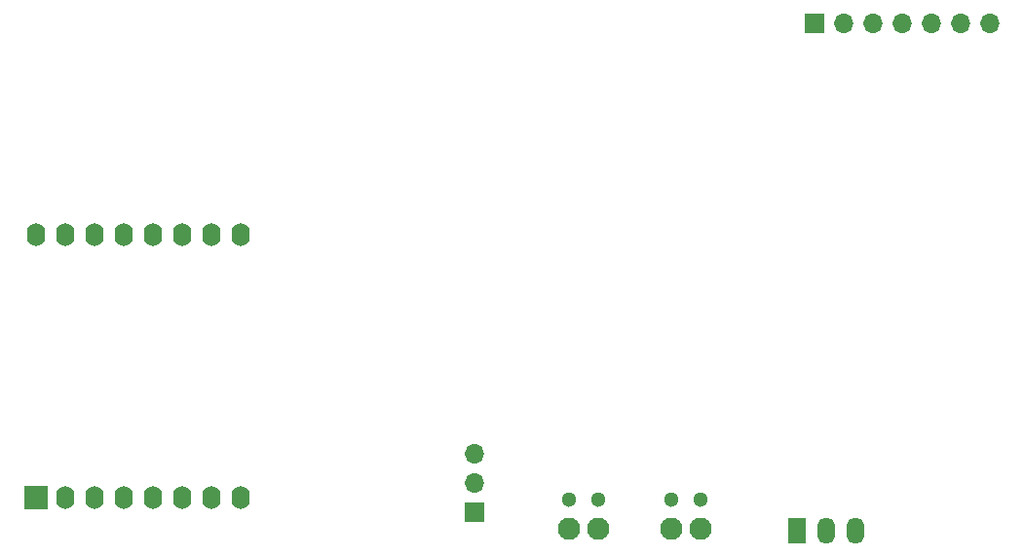
<source format=gbr>
%TF.GenerationSoftware,KiCad,Pcbnew,(7.0.0-0)*%
%TF.CreationDate,2023-05-22T11:06:44+02:00*%
%TF.ProjectId,garage-door-driver,67617261-6765-42d6-946f-6f722d647269,rev?*%
%TF.SameCoordinates,Original*%
%TF.FileFunction,Soldermask,Bot*%
%TF.FilePolarity,Negative*%
%FSLAX46Y46*%
G04 Gerber Fmt 4.6, Leading zero omitted, Abs format (unit mm)*
G04 Created by KiCad (PCBNEW (7.0.0-0)) date 2023-05-22 11:06:44*
%MOMM*%
%LPD*%
G01*
G04 APERTURE LIST*
%ADD10R,1.700000X1.700000*%
%ADD11O,1.700000X1.700000*%
%ADD12R,2.000000X2.000000*%
%ADD13O,1.600000X2.000000*%
%ADD14C,1.300000*%
%ADD15C,1.950000*%
%ADD16R,1.500000X2.300000*%
%ADD17O,1.500000X2.300000*%
G04 APERTURE END LIST*
D10*
%TO.C,J1*%
X160654999Y-103444999D03*
D11*
X160654999Y-100904999D03*
X160654999Y-98364999D03*
%TD*%
D12*
%TO.C,U2*%
X122554999Y-102234999D03*
D13*
X125094999Y-102234999D03*
X127634999Y-102234999D03*
X130174999Y-102234999D03*
X132714999Y-102234999D03*
X135254999Y-102234999D03*
X137794999Y-102234999D03*
X140334999Y-102234999D03*
X140334999Y-79374999D03*
X137794999Y-79374999D03*
X135254999Y-79374999D03*
X132714999Y-79374999D03*
X130174999Y-79374999D03*
X127634999Y-79374999D03*
X125094999Y-79374999D03*
X122554999Y-79374999D03*
%TD*%
D10*
%TO.C,J4*%
X190245999Y-60959999D03*
D11*
X192785999Y-60959999D03*
X195325999Y-60959999D03*
X197865999Y-60959999D03*
X200405999Y-60959999D03*
X202945999Y-60959999D03*
X205485999Y-60959999D03*
%TD*%
D14*
%TO.C,J2*%
X180340000Y-102385000D03*
X177800000Y-102385000D03*
D15*
X180340000Y-104925000D03*
X177800000Y-104925000D03*
%TD*%
D16*
%TO.C,U1*%
X188687999Y-105077499D03*
D17*
X191227999Y-105077499D03*
X193767999Y-105077499D03*
%TD*%
D14*
%TO.C,J3*%
X171450000Y-102385000D03*
X168910000Y-102385000D03*
D15*
X171450000Y-104925000D03*
X168910000Y-104925000D03*
%TD*%
M02*

</source>
